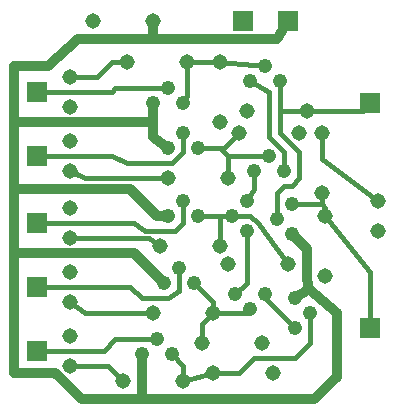
<source format=gbl>
G04 Output by ViewMate Deluxe V11.0.9  PentaLogix LLC*
G04 Sun May 11 19:32:23 2014*
%FSLAX33Y33*%
%MOMM*%
%IPPOS*%
%ADD10C,1.3081*%
%ADD11R,1.8009X1.8009*%
%ADD12C,1.209*%
%ADD13C,0.4064*%
%ADD14C,0.8128*%

%LPD*%
X0Y0D2*D13*G1X21526Y23266D2*X21526Y18821D1*X20574Y17869*X18669Y16281D2*X18669Y17234D1*X17082Y18821*X11049Y10566D2*X9779Y11836D1*X6604Y11836*X3746Y13106D2*X9462Y13106D1*X10414Y14059*X13906Y14059*X13589Y16281D2*X7874Y16281D1*X6604Y17234*X3746Y18504D2*X11684Y18504D1*X12636Y17551*X14859Y17551*X15812Y18186*X15812Y20091*X14224Y21996D2*X13272Y22631D1*X6604Y22631*X3746Y23901D2*X12002Y23901D1*X12954Y23266*X15494Y23266*X16129Y23901*X23432Y35014D2*X23432Y31204D1*X24702Y29934*X27876Y26441D2*X27876Y25489D1*X28194Y25171D2*X27876Y25489D1*X25336Y25489*X24066Y24219D2*X24066Y26441D1*X24702Y27076*X22162Y28346D2*X22162Y26759D1*X21526Y25806*X19939Y29616D2*X19939Y27711D1*X20892Y31521D2*X19622Y30251D1*X19304Y30251*X11366Y37554D2*X10096Y37554D1*X8826Y36284*X6604Y36284*X3746Y35014D2*X10096Y35014D1*X10414Y35331*X14859Y35331*X16129Y34061D2*X16446Y34696D1*X16446Y37554*X19304Y37554*X23114Y37236*X23432Y35014D2*X21844Y35966D1*X24384Y33426D2*X24384Y31521D1*X25972Y29934*X25972Y27711*X25336Y27076*X24702Y27076*X24702Y29934D2*X24702Y28346D1*X23432Y29616D2*X19939Y29616D1*X19304Y30251*X17399Y30251*X16129Y31521D2*X16129Y29934D1*X15176Y28981*X11366Y28981*X10096Y29616*X3746Y29616*X6604Y28346D2*X7874Y27711D1*X14859Y27711*X16129Y23901D2*X16129Y25806D1*X17399Y24536D2*X19304Y24536D1*X19304Y21996D2*X19304Y24536D1*X20256Y24536*X21844Y24536*X22479Y23901*X25019Y20409*X26924Y13741D2*X25654Y12471D1*X22162Y12471*X20892Y11201*X18669Y11201*X16129Y10566*X16129Y11836*X15176Y12789*X17716Y13741D2*X17716Y15329D1*X18669Y16281*X21526Y16281*X21844Y16599*X23114Y17869D2*X23114Y17551D1*X25654Y15011*X26924Y13741D2*X26924Y16281D1*X32004Y15011D2*X32004Y19774D1*X28194Y24536*X28194Y25171*X32639Y25806D2*X27876Y29299D1*X27876Y31521*X32004Y34061D2*X31369Y33426D1*X26606Y33426*X24384Y33426*X24384Y35966*D14*X12636Y8979D2*X7556Y8979D1*X25336Y22949D2*X26606Y21679D1*X26606Y19139*X26767Y18346*X25654Y17551D2*X26767Y18346D1*X29146Y16281*X29146Y10884*X27242Y8979*X12636Y8979*X12636Y12789*X1842Y32474D2*X13589Y32474D1*X13589Y34061D2*X13589Y32474D1*X13589Y31204*X14859Y30251*X25019Y41046D2*X24066Y39459D1*X13589Y39459*X13589Y41046D2*X13589Y39459D1*X7239Y39459*X4699Y37236*X1842Y37236*X1842Y32474*X1842Y26759*X1842Y21361D2*X1842Y26759D1*X11684Y26759*X13906Y24536*X14859Y24536*X14542Y18821D2*X12002Y21361D1*X1842Y21361*X1842Y11201*X5334Y11201*X7556Y8979*D10*X11049Y10566D3*X23749Y11201D3*X22796Y13741D3*X32639Y23266D3*X32639Y25806D3*X25972Y31521D3*X26606Y33426D3*X27876Y31521D3*X27876Y26441D3*X28194Y24536D3*X28194Y19456D3*X25019Y20409D3*X14859Y27711D3*X14224Y21996D3*X13589Y16281D3*X16129Y10566D3*X18669Y11201D3*X17716Y13741D3*X18669Y16281D3*X19939Y20409D3*X19304Y21996D3*X19939Y27711D3*X19304Y32474D3*X20892Y31521D3*X21526Y33426D3*X19304Y37554D3*X16446Y37554D3*X13589Y41046D3*X11366Y37554D3*X8509Y41046D3*X6604Y36284D3*X6604Y33744D3*X6604Y30886D3*X6604Y28346D3*X6604Y25171D3*X6604Y22631D3*X6604Y19774D3*X6604Y17234D3*X6604Y14376D3*X6604Y11836D3*D11*X32004Y15011D3*X32004Y34061D3*X25019Y41046D3*X21209Y41046D3*X3746Y35014D3*X3746Y29616D3*X3746Y23901D3*X3746Y18504D3*X3746Y13106D3*D12*X24384Y35966D3*X23114Y37236D3*X21844Y35966D3*X13589Y34061D3*X14859Y35331D3*X16129Y34061D3*X17399Y30251D3*X16129Y31521D3*X14859Y30251D3*X14859Y24536D3*X16129Y25806D3*X17399Y24536D3*X25336Y22949D3*X24066Y24219D3*X25336Y25489D3*X24702Y28346D3*X23432Y29616D3*X22162Y28346D3*X21526Y25806D3*X20256Y24536D3*X21526Y23266D3*X15176Y12789D3*X12636Y12789D3*X13906Y14059D3*X14542Y18821D3*X15812Y20091D3*X17082Y18821D3*X20574Y17869D3*X21844Y16599D3*X23114Y17869D3*X25654Y17551D3*X25654Y15011D3*X26924Y16281D3*X0Y0D2*M02*
</source>
